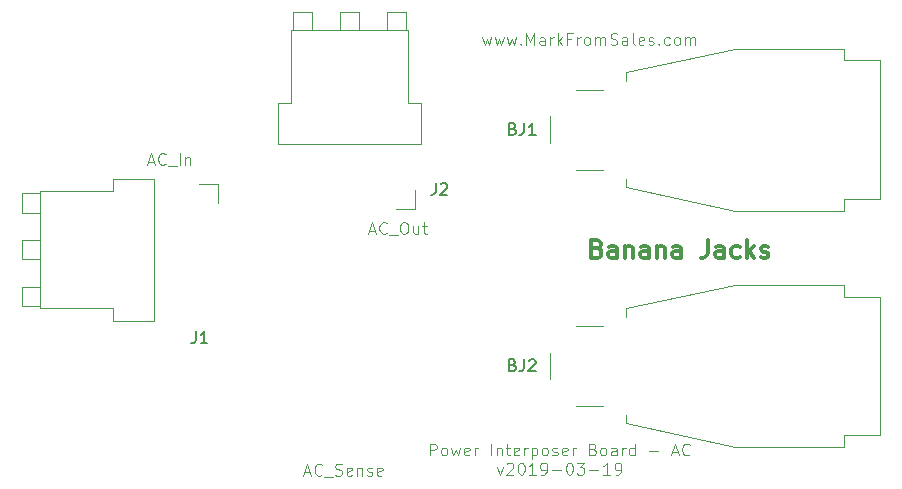
<source format=gbr>
G04 #@! TF.GenerationSoftware,KiCad,Pcbnew,(5.0.2)-1*
G04 #@! TF.CreationDate,2019-03-23T22:27:34-05:00*
G04 #@! TF.ProjectId,Power-Interposer-Board-AC,506f7765-722d-4496-9e74-6572706f7365,rev?*
G04 #@! TF.SameCoordinates,Original*
G04 #@! TF.FileFunction,Legend,Top*
G04 #@! TF.FilePolarity,Positive*
%FSLAX46Y46*%
G04 Gerber Fmt 4.6, Leading zero omitted, Abs format (unit mm)*
G04 Created by KiCad (PCBNEW (5.0.2)-1) date 3/23/2019 10:27:34 PM*
%MOMM*%
%LPD*%
G01*
G04 APERTURE LIST*
%ADD10C,0.120000*%
%ADD11C,0.300000*%
%ADD12C,0.150000*%
G04 APERTURE END LIST*
D10*
X135882476Y-133135666D02*
X136358666Y-133135666D01*
X135787238Y-133421380D02*
X136120571Y-132421380D01*
X136453904Y-133421380D01*
X137358666Y-133326142D02*
X137311047Y-133373761D01*
X137168190Y-133421380D01*
X137072952Y-133421380D01*
X136930095Y-133373761D01*
X136834857Y-133278523D01*
X136787238Y-133183285D01*
X136739619Y-132992809D01*
X136739619Y-132849952D01*
X136787238Y-132659476D01*
X136834857Y-132564238D01*
X136930095Y-132469000D01*
X137072952Y-132421380D01*
X137168190Y-132421380D01*
X137311047Y-132469000D01*
X137358666Y-132516619D01*
X137549142Y-133516619D02*
X138311047Y-133516619D01*
X138501523Y-133373761D02*
X138644380Y-133421380D01*
X138882476Y-133421380D01*
X138977714Y-133373761D01*
X139025333Y-133326142D01*
X139072952Y-133230904D01*
X139072952Y-133135666D01*
X139025333Y-133040428D01*
X138977714Y-132992809D01*
X138882476Y-132945190D01*
X138692000Y-132897571D01*
X138596761Y-132849952D01*
X138549142Y-132802333D01*
X138501523Y-132707095D01*
X138501523Y-132611857D01*
X138549142Y-132516619D01*
X138596761Y-132469000D01*
X138692000Y-132421380D01*
X138930095Y-132421380D01*
X139072952Y-132469000D01*
X139882476Y-133373761D02*
X139787238Y-133421380D01*
X139596761Y-133421380D01*
X139501523Y-133373761D01*
X139453904Y-133278523D01*
X139453904Y-132897571D01*
X139501523Y-132802333D01*
X139596761Y-132754714D01*
X139787238Y-132754714D01*
X139882476Y-132802333D01*
X139930095Y-132897571D01*
X139930095Y-132992809D01*
X139453904Y-133088047D01*
X140358666Y-132754714D02*
X140358666Y-133421380D01*
X140358666Y-132849952D02*
X140406285Y-132802333D01*
X140501523Y-132754714D01*
X140644380Y-132754714D01*
X140739619Y-132802333D01*
X140787238Y-132897571D01*
X140787238Y-133421380D01*
X141215809Y-133373761D02*
X141311047Y-133421380D01*
X141501523Y-133421380D01*
X141596761Y-133373761D01*
X141644380Y-133278523D01*
X141644380Y-133230904D01*
X141596761Y-133135666D01*
X141501523Y-133088047D01*
X141358666Y-133088047D01*
X141263428Y-133040428D01*
X141215809Y-132945190D01*
X141215809Y-132897571D01*
X141263428Y-132802333D01*
X141358666Y-132754714D01*
X141501523Y-132754714D01*
X141596761Y-132802333D01*
X142453904Y-133373761D02*
X142358666Y-133421380D01*
X142168190Y-133421380D01*
X142072952Y-133373761D01*
X142025333Y-133278523D01*
X142025333Y-132897571D01*
X142072952Y-132802333D01*
X142168190Y-132754714D01*
X142358666Y-132754714D01*
X142453904Y-132802333D01*
X142501523Y-132897571D01*
X142501523Y-132992809D01*
X142025333Y-133088047D01*
X141383047Y-112688666D02*
X141859238Y-112688666D01*
X141287809Y-112974380D02*
X141621142Y-111974380D01*
X141954476Y-112974380D01*
X142859238Y-112879142D02*
X142811619Y-112926761D01*
X142668761Y-112974380D01*
X142573523Y-112974380D01*
X142430666Y-112926761D01*
X142335428Y-112831523D01*
X142287809Y-112736285D01*
X142240190Y-112545809D01*
X142240190Y-112402952D01*
X142287809Y-112212476D01*
X142335428Y-112117238D01*
X142430666Y-112022000D01*
X142573523Y-111974380D01*
X142668761Y-111974380D01*
X142811619Y-112022000D01*
X142859238Y-112069619D01*
X143049714Y-113069619D02*
X143811619Y-113069619D01*
X144240190Y-111974380D02*
X144430666Y-111974380D01*
X144525904Y-112022000D01*
X144621142Y-112117238D01*
X144668761Y-112307714D01*
X144668761Y-112641047D01*
X144621142Y-112831523D01*
X144525904Y-112926761D01*
X144430666Y-112974380D01*
X144240190Y-112974380D01*
X144144952Y-112926761D01*
X144049714Y-112831523D01*
X144002095Y-112641047D01*
X144002095Y-112307714D01*
X144049714Y-112117238D01*
X144144952Y-112022000D01*
X144240190Y-111974380D01*
X145525904Y-112307714D02*
X145525904Y-112974380D01*
X145097333Y-112307714D02*
X145097333Y-112831523D01*
X145144952Y-112926761D01*
X145240190Y-112974380D01*
X145383047Y-112974380D01*
X145478285Y-112926761D01*
X145525904Y-112879142D01*
X145859238Y-112307714D02*
X146240190Y-112307714D01*
X146002095Y-111974380D02*
X146002095Y-112831523D01*
X146049714Y-112926761D01*
X146144952Y-112974380D01*
X146240190Y-112974380D01*
X122650476Y-106846666D02*
X123126666Y-106846666D01*
X122555238Y-107132380D02*
X122888571Y-106132380D01*
X123221904Y-107132380D01*
X124126666Y-107037142D02*
X124079047Y-107084761D01*
X123936190Y-107132380D01*
X123840952Y-107132380D01*
X123698095Y-107084761D01*
X123602857Y-106989523D01*
X123555238Y-106894285D01*
X123507619Y-106703809D01*
X123507619Y-106560952D01*
X123555238Y-106370476D01*
X123602857Y-106275238D01*
X123698095Y-106180000D01*
X123840952Y-106132380D01*
X123936190Y-106132380D01*
X124079047Y-106180000D01*
X124126666Y-106227619D01*
X124317142Y-107227619D02*
X125079047Y-107227619D01*
X125317142Y-107132380D02*
X125317142Y-106132380D01*
X125793333Y-106465714D02*
X125793333Y-107132380D01*
X125793333Y-106560952D02*
X125840952Y-106513333D01*
X125936190Y-106465714D01*
X126079047Y-106465714D01*
X126174285Y-106513333D01*
X126221904Y-106608571D01*
X126221904Y-107132380D01*
X146503809Y-131722380D02*
X146503809Y-130722380D01*
X146884761Y-130722380D01*
X146979999Y-130770000D01*
X147027619Y-130817619D01*
X147075238Y-130912857D01*
X147075238Y-131055714D01*
X147027619Y-131150952D01*
X146979999Y-131198571D01*
X146884761Y-131246190D01*
X146503809Y-131246190D01*
X147646666Y-131722380D02*
X147551428Y-131674761D01*
X147503809Y-131627142D01*
X147456190Y-131531904D01*
X147456190Y-131246190D01*
X147503809Y-131150952D01*
X147551428Y-131103333D01*
X147646666Y-131055714D01*
X147789523Y-131055714D01*
X147884761Y-131103333D01*
X147932380Y-131150952D01*
X147979999Y-131246190D01*
X147979999Y-131531904D01*
X147932380Y-131627142D01*
X147884761Y-131674761D01*
X147789523Y-131722380D01*
X147646666Y-131722380D01*
X148313333Y-131055714D02*
X148503809Y-131722380D01*
X148694285Y-131246190D01*
X148884761Y-131722380D01*
X149075238Y-131055714D01*
X149837142Y-131674761D02*
X149741904Y-131722380D01*
X149551428Y-131722380D01*
X149456190Y-131674761D01*
X149408571Y-131579523D01*
X149408571Y-131198571D01*
X149456190Y-131103333D01*
X149551428Y-131055714D01*
X149741904Y-131055714D01*
X149837142Y-131103333D01*
X149884761Y-131198571D01*
X149884761Y-131293809D01*
X149408571Y-131389047D01*
X150313333Y-131722380D02*
X150313333Y-131055714D01*
X150313333Y-131246190D02*
X150360952Y-131150952D01*
X150408571Y-131103333D01*
X150503809Y-131055714D01*
X150599047Y-131055714D01*
X151694285Y-131722380D02*
X151694285Y-130722380D01*
X152170476Y-131055714D02*
X152170476Y-131722380D01*
X152170476Y-131150952D02*
X152218095Y-131103333D01*
X152313333Y-131055714D01*
X152456190Y-131055714D01*
X152551428Y-131103333D01*
X152599047Y-131198571D01*
X152599047Y-131722380D01*
X152932380Y-131055714D02*
X153313333Y-131055714D01*
X153075238Y-130722380D02*
X153075238Y-131579523D01*
X153122857Y-131674761D01*
X153218095Y-131722380D01*
X153313333Y-131722380D01*
X154027619Y-131674761D02*
X153932380Y-131722380D01*
X153741904Y-131722380D01*
X153646666Y-131674761D01*
X153599047Y-131579523D01*
X153599047Y-131198571D01*
X153646666Y-131103333D01*
X153741904Y-131055714D01*
X153932380Y-131055714D01*
X154027619Y-131103333D01*
X154075238Y-131198571D01*
X154075238Y-131293809D01*
X153599047Y-131389047D01*
X154503809Y-131722380D02*
X154503809Y-131055714D01*
X154503809Y-131246190D02*
X154551428Y-131150952D01*
X154599047Y-131103333D01*
X154694285Y-131055714D01*
X154789523Y-131055714D01*
X155122857Y-131055714D02*
X155122857Y-132055714D01*
X155122857Y-131103333D02*
X155218095Y-131055714D01*
X155408571Y-131055714D01*
X155503809Y-131103333D01*
X155551428Y-131150952D01*
X155599047Y-131246190D01*
X155599047Y-131531904D01*
X155551428Y-131627142D01*
X155503809Y-131674761D01*
X155408571Y-131722380D01*
X155218095Y-131722380D01*
X155122857Y-131674761D01*
X156170476Y-131722380D02*
X156075238Y-131674761D01*
X156027619Y-131627142D01*
X155979999Y-131531904D01*
X155979999Y-131246190D01*
X156027619Y-131150952D01*
X156075238Y-131103333D01*
X156170476Y-131055714D01*
X156313333Y-131055714D01*
X156408571Y-131103333D01*
X156456190Y-131150952D01*
X156503809Y-131246190D01*
X156503809Y-131531904D01*
X156456190Y-131627142D01*
X156408571Y-131674761D01*
X156313333Y-131722380D01*
X156170476Y-131722380D01*
X156884761Y-131674761D02*
X156979999Y-131722380D01*
X157170476Y-131722380D01*
X157265714Y-131674761D01*
X157313333Y-131579523D01*
X157313333Y-131531904D01*
X157265714Y-131436666D01*
X157170476Y-131389047D01*
X157027619Y-131389047D01*
X156932380Y-131341428D01*
X156884761Y-131246190D01*
X156884761Y-131198571D01*
X156932380Y-131103333D01*
X157027619Y-131055714D01*
X157170476Y-131055714D01*
X157265714Y-131103333D01*
X158122857Y-131674761D02*
X158027619Y-131722380D01*
X157837142Y-131722380D01*
X157741904Y-131674761D01*
X157694285Y-131579523D01*
X157694285Y-131198571D01*
X157741904Y-131103333D01*
X157837142Y-131055714D01*
X158027619Y-131055714D01*
X158122857Y-131103333D01*
X158170476Y-131198571D01*
X158170476Y-131293809D01*
X157694285Y-131389047D01*
X158599047Y-131722380D02*
X158599047Y-131055714D01*
X158599047Y-131246190D02*
X158646666Y-131150952D01*
X158694285Y-131103333D01*
X158789523Y-131055714D01*
X158884761Y-131055714D01*
X160313333Y-131198571D02*
X160456190Y-131246190D01*
X160503809Y-131293809D01*
X160551428Y-131389047D01*
X160551428Y-131531904D01*
X160503809Y-131627142D01*
X160456190Y-131674761D01*
X160360952Y-131722380D01*
X159979999Y-131722380D01*
X159979999Y-130722380D01*
X160313333Y-130722380D01*
X160408571Y-130770000D01*
X160456190Y-130817619D01*
X160503809Y-130912857D01*
X160503809Y-131008095D01*
X160456190Y-131103333D01*
X160408571Y-131150952D01*
X160313333Y-131198571D01*
X159979999Y-131198571D01*
X161122857Y-131722380D02*
X161027619Y-131674761D01*
X160979999Y-131627142D01*
X160932380Y-131531904D01*
X160932380Y-131246190D01*
X160979999Y-131150952D01*
X161027619Y-131103333D01*
X161122857Y-131055714D01*
X161265714Y-131055714D01*
X161360952Y-131103333D01*
X161408571Y-131150952D01*
X161456190Y-131246190D01*
X161456190Y-131531904D01*
X161408571Y-131627142D01*
X161360952Y-131674761D01*
X161265714Y-131722380D01*
X161122857Y-131722380D01*
X162313333Y-131722380D02*
X162313333Y-131198571D01*
X162265714Y-131103333D01*
X162170476Y-131055714D01*
X161979999Y-131055714D01*
X161884761Y-131103333D01*
X162313333Y-131674761D02*
X162218095Y-131722380D01*
X161979999Y-131722380D01*
X161884761Y-131674761D01*
X161837142Y-131579523D01*
X161837142Y-131484285D01*
X161884761Y-131389047D01*
X161979999Y-131341428D01*
X162218095Y-131341428D01*
X162313333Y-131293809D01*
X162789523Y-131722380D02*
X162789523Y-131055714D01*
X162789523Y-131246190D02*
X162837142Y-131150952D01*
X162884761Y-131103333D01*
X162979999Y-131055714D01*
X163075238Y-131055714D01*
X163837142Y-131722380D02*
X163837142Y-130722380D01*
X163837142Y-131674761D02*
X163741904Y-131722380D01*
X163551428Y-131722380D01*
X163456190Y-131674761D01*
X163408571Y-131627142D01*
X163360952Y-131531904D01*
X163360952Y-131246190D01*
X163408571Y-131150952D01*
X163456190Y-131103333D01*
X163551428Y-131055714D01*
X163741904Y-131055714D01*
X163837142Y-131103333D01*
X165075238Y-131341428D02*
X165837142Y-131341428D01*
X167027619Y-131436666D02*
X167503809Y-131436666D01*
X166932380Y-131722380D02*
X167265714Y-130722380D01*
X167599047Y-131722380D01*
X168503809Y-131627142D02*
X168456190Y-131674761D01*
X168313333Y-131722380D01*
X168218095Y-131722380D01*
X168075238Y-131674761D01*
X167979999Y-131579523D01*
X167932380Y-131484285D01*
X167884761Y-131293809D01*
X167884761Y-131150952D01*
X167932380Y-130960476D01*
X167979999Y-130865238D01*
X168075238Y-130770000D01*
X168218095Y-130722380D01*
X168313333Y-130722380D01*
X168456190Y-130770000D01*
X168503809Y-130817619D01*
X152194285Y-132675714D02*
X152432380Y-133342380D01*
X152670476Y-132675714D01*
X153003809Y-132437619D02*
X153051428Y-132390000D01*
X153146666Y-132342380D01*
X153384761Y-132342380D01*
X153480000Y-132390000D01*
X153527619Y-132437619D01*
X153575238Y-132532857D01*
X153575238Y-132628095D01*
X153527619Y-132770952D01*
X152956190Y-133342380D01*
X153575238Y-133342380D01*
X154194285Y-132342380D02*
X154289523Y-132342380D01*
X154384761Y-132390000D01*
X154432380Y-132437619D01*
X154480000Y-132532857D01*
X154527619Y-132723333D01*
X154527619Y-132961428D01*
X154480000Y-133151904D01*
X154432380Y-133247142D01*
X154384761Y-133294761D01*
X154289523Y-133342380D01*
X154194285Y-133342380D01*
X154099047Y-133294761D01*
X154051428Y-133247142D01*
X154003809Y-133151904D01*
X153956190Y-132961428D01*
X153956190Y-132723333D01*
X154003809Y-132532857D01*
X154051428Y-132437619D01*
X154099047Y-132390000D01*
X154194285Y-132342380D01*
X155480000Y-133342380D02*
X154908571Y-133342380D01*
X155194285Y-133342380D02*
X155194285Y-132342380D01*
X155099047Y-132485238D01*
X155003809Y-132580476D01*
X154908571Y-132628095D01*
X155956190Y-133342380D02*
X156146666Y-133342380D01*
X156241904Y-133294761D01*
X156289523Y-133247142D01*
X156384761Y-133104285D01*
X156432380Y-132913809D01*
X156432380Y-132532857D01*
X156384761Y-132437619D01*
X156337142Y-132390000D01*
X156241904Y-132342380D01*
X156051428Y-132342380D01*
X155956190Y-132390000D01*
X155908571Y-132437619D01*
X155860952Y-132532857D01*
X155860952Y-132770952D01*
X155908571Y-132866190D01*
X155956190Y-132913809D01*
X156051428Y-132961428D01*
X156241904Y-132961428D01*
X156337142Y-132913809D01*
X156384761Y-132866190D01*
X156432380Y-132770952D01*
X156860952Y-132961428D02*
X157622857Y-132961428D01*
X158289523Y-132342380D02*
X158384761Y-132342380D01*
X158480000Y-132390000D01*
X158527619Y-132437619D01*
X158575238Y-132532857D01*
X158622857Y-132723333D01*
X158622857Y-132961428D01*
X158575238Y-133151904D01*
X158527619Y-133247142D01*
X158480000Y-133294761D01*
X158384761Y-133342380D01*
X158289523Y-133342380D01*
X158194285Y-133294761D01*
X158146666Y-133247142D01*
X158099047Y-133151904D01*
X158051428Y-132961428D01*
X158051428Y-132723333D01*
X158099047Y-132532857D01*
X158146666Y-132437619D01*
X158194285Y-132390000D01*
X158289523Y-132342380D01*
X158956190Y-132342380D02*
X159575238Y-132342380D01*
X159241904Y-132723333D01*
X159384761Y-132723333D01*
X159480000Y-132770952D01*
X159527619Y-132818571D01*
X159575238Y-132913809D01*
X159575238Y-133151904D01*
X159527619Y-133247142D01*
X159480000Y-133294761D01*
X159384761Y-133342380D01*
X159099047Y-133342380D01*
X159003809Y-133294761D01*
X158956190Y-133247142D01*
X160003809Y-132961428D02*
X160765714Y-132961428D01*
X161765714Y-133342380D02*
X161194285Y-133342380D01*
X161480000Y-133342380D02*
X161480000Y-132342380D01*
X161384761Y-132485238D01*
X161289523Y-132580476D01*
X161194285Y-132628095D01*
X162241904Y-133342380D02*
X162432380Y-133342380D01*
X162527619Y-133294761D01*
X162575238Y-133247142D01*
X162670476Y-133104285D01*
X162718095Y-132913809D01*
X162718095Y-132532857D01*
X162670476Y-132437619D01*
X162622857Y-132390000D01*
X162527619Y-132342380D01*
X162337142Y-132342380D01*
X162241904Y-132390000D01*
X162194285Y-132437619D01*
X162146666Y-132532857D01*
X162146666Y-132770952D01*
X162194285Y-132866190D01*
X162241904Y-132913809D01*
X162337142Y-132961428D01*
X162527619Y-132961428D01*
X162622857Y-132913809D01*
X162670476Y-132866190D01*
X162718095Y-132770952D01*
X150948571Y-96305714D02*
X151139047Y-96972380D01*
X151329523Y-96496190D01*
X151520000Y-96972380D01*
X151710476Y-96305714D01*
X151996190Y-96305714D02*
X152186666Y-96972380D01*
X152377142Y-96496190D01*
X152567619Y-96972380D01*
X152758095Y-96305714D01*
X153043809Y-96305714D02*
X153234285Y-96972380D01*
X153424761Y-96496190D01*
X153615238Y-96972380D01*
X153805714Y-96305714D01*
X154186666Y-96877142D02*
X154234285Y-96924761D01*
X154186666Y-96972380D01*
X154139047Y-96924761D01*
X154186666Y-96877142D01*
X154186666Y-96972380D01*
X154662857Y-96972380D02*
X154662857Y-95972380D01*
X154996190Y-96686666D01*
X155329523Y-95972380D01*
X155329523Y-96972380D01*
X156234285Y-96972380D02*
X156234285Y-96448571D01*
X156186666Y-96353333D01*
X156091428Y-96305714D01*
X155900952Y-96305714D01*
X155805714Y-96353333D01*
X156234285Y-96924761D02*
X156139047Y-96972380D01*
X155900952Y-96972380D01*
X155805714Y-96924761D01*
X155758095Y-96829523D01*
X155758095Y-96734285D01*
X155805714Y-96639047D01*
X155900952Y-96591428D01*
X156139047Y-96591428D01*
X156234285Y-96543809D01*
X156710476Y-96972380D02*
X156710476Y-96305714D01*
X156710476Y-96496190D02*
X156758095Y-96400952D01*
X156805714Y-96353333D01*
X156900952Y-96305714D01*
X156996190Y-96305714D01*
X157329523Y-96972380D02*
X157329523Y-95972380D01*
X157424761Y-96591428D02*
X157710476Y-96972380D01*
X157710476Y-96305714D02*
X157329523Y-96686666D01*
X158472380Y-96448571D02*
X158139047Y-96448571D01*
X158139047Y-96972380D02*
X158139047Y-95972380D01*
X158615238Y-95972380D01*
X158996190Y-96972380D02*
X158996190Y-96305714D01*
X158996190Y-96496190D02*
X159043809Y-96400952D01*
X159091428Y-96353333D01*
X159186666Y-96305714D01*
X159281904Y-96305714D01*
X159758095Y-96972380D02*
X159662857Y-96924761D01*
X159615238Y-96877142D01*
X159567619Y-96781904D01*
X159567619Y-96496190D01*
X159615238Y-96400952D01*
X159662857Y-96353333D01*
X159758095Y-96305714D01*
X159900952Y-96305714D01*
X159996190Y-96353333D01*
X160043809Y-96400952D01*
X160091428Y-96496190D01*
X160091428Y-96781904D01*
X160043809Y-96877142D01*
X159996190Y-96924761D01*
X159900952Y-96972380D01*
X159758095Y-96972380D01*
X160520000Y-96972380D02*
X160520000Y-96305714D01*
X160520000Y-96400952D02*
X160567619Y-96353333D01*
X160662857Y-96305714D01*
X160805714Y-96305714D01*
X160900952Y-96353333D01*
X160948571Y-96448571D01*
X160948571Y-96972380D01*
X160948571Y-96448571D02*
X160996190Y-96353333D01*
X161091428Y-96305714D01*
X161234285Y-96305714D01*
X161329523Y-96353333D01*
X161377142Y-96448571D01*
X161377142Y-96972380D01*
X161805714Y-96924761D02*
X161948571Y-96972380D01*
X162186666Y-96972380D01*
X162281904Y-96924761D01*
X162329523Y-96877142D01*
X162377142Y-96781904D01*
X162377142Y-96686666D01*
X162329523Y-96591428D01*
X162281904Y-96543809D01*
X162186666Y-96496190D01*
X161996190Y-96448571D01*
X161900952Y-96400952D01*
X161853333Y-96353333D01*
X161805714Y-96258095D01*
X161805714Y-96162857D01*
X161853333Y-96067619D01*
X161900952Y-96020000D01*
X161996190Y-95972380D01*
X162234285Y-95972380D01*
X162377142Y-96020000D01*
X163234285Y-96972380D02*
X163234285Y-96448571D01*
X163186666Y-96353333D01*
X163091428Y-96305714D01*
X162900952Y-96305714D01*
X162805714Y-96353333D01*
X163234285Y-96924761D02*
X163139047Y-96972380D01*
X162900952Y-96972380D01*
X162805714Y-96924761D01*
X162758095Y-96829523D01*
X162758095Y-96734285D01*
X162805714Y-96639047D01*
X162900952Y-96591428D01*
X163139047Y-96591428D01*
X163234285Y-96543809D01*
X163853333Y-96972380D02*
X163758095Y-96924761D01*
X163710476Y-96829523D01*
X163710476Y-95972380D01*
X164615238Y-96924761D02*
X164520000Y-96972380D01*
X164329523Y-96972380D01*
X164234285Y-96924761D01*
X164186666Y-96829523D01*
X164186666Y-96448571D01*
X164234285Y-96353333D01*
X164329523Y-96305714D01*
X164520000Y-96305714D01*
X164615238Y-96353333D01*
X164662857Y-96448571D01*
X164662857Y-96543809D01*
X164186666Y-96639047D01*
X165043809Y-96924761D02*
X165139047Y-96972380D01*
X165329523Y-96972380D01*
X165424761Y-96924761D01*
X165472380Y-96829523D01*
X165472380Y-96781904D01*
X165424761Y-96686666D01*
X165329523Y-96639047D01*
X165186666Y-96639047D01*
X165091428Y-96591428D01*
X165043809Y-96496190D01*
X165043809Y-96448571D01*
X165091428Y-96353333D01*
X165186666Y-96305714D01*
X165329523Y-96305714D01*
X165424761Y-96353333D01*
X165900952Y-96877142D02*
X165948571Y-96924761D01*
X165900952Y-96972380D01*
X165853333Y-96924761D01*
X165900952Y-96877142D01*
X165900952Y-96972380D01*
X166805714Y-96924761D02*
X166710476Y-96972380D01*
X166520000Y-96972380D01*
X166424761Y-96924761D01*
X166377142Y-96877142D01*
X166329523Y-96781904D01*
X166329523Y-96496190D01*
X166377142Y-96400952D01*
X166424761Y-96353333D01*
X166520000Y-96305714D01*
X166710476Y-96305714D01*
X166805714Y-96353333D01*
X167377142Y-96972380D02*
X167281904Y-96924761D01*
X167234285Y-96877142D01*
X167186666Y-96781904D01*
X167186666Y-96496190D01*
X167234285Y-96400952D01*
X167281904Y-96353333D01*
X167377142Y-96305714D01*
X167520000Y-96305714D01*
X167615238Y-96353333D01*
X167662857Y-96400952D01*
X167710476Y-96496190D01*
X167710476Y-96781904D01*
X167662857Y-96877142D01*
X167615238Y-96924761D01*
X167520000Y-96972380D01*
X167377142Y-96972380D01*
X168139047Y-96972380D02*
X168139047Y-96305714D01*
X168139047Y-96400952D02*
X168186666Y-96353333D01*
X168281904Y-96305714D01*
X168424761Y-96305714D01*
X168520000Y-96353333D01*
X168567619Y-96448571D01*
X168567619Y-96972380D01*
X168567619Y-96448571D02*
X168615238Y-96353333D01*
X168710476Y-96305714D01*
X168853333Y-96305714D01*
X168948571Y-96353333D01*
X168996190Y-96448571D01*
X168996190Y-96972380D01*
D11*
X160675714Y-114192857D02*
X160890000Y-114264285D01*
X160961428Y-114335714D01*
X161032857Y-114478571D01*
X161032857Y-114692857D01*
X160961428Y-114835714D01*
X160890000Y-114907142D01*
X160747142Y-114978571D01*
X160175714Y-114978571D01*
X160175714Y-113478571D01*
X160675714Y-113478571D01*
X160818571Y-113550000D01*
X160890000Y-113621428D01*
X160961428Y-113764285D01*
X160961428Y-113907142D01*
X160890000Y-114050000D01*
X160818571Y-114121428D01*
X160675714Y-114192857D01*
X160175714Y-114192857D01*
X162318571Y-114978571D02*
X162318571Y-114192857D01*
X162247142Y-114050000D01*
X162104285Y-113978571D01*
X161818571Y-113978571D01*
X161675714Y-114050000D01*
X162318571Y-114907142D02*
X162175714Y-114978571D01*
X161818571Y-114978571D01*
X161675714Y-114907142D01*
X161604285Y-114764285D01*
X161604285Y-114621428D01*
X161675714Y-114478571D01*
X161818571Y-114407142D01*
X162175714Y-114407142D01*
X162318571Y-114335714D01*
X163032857Y-113978571D02*
X163032857Y-114978571D01*
X163032857Y-114121428D02*
X163104285Y-114050000D01*
X163247142Y-113978571D01*
X163461428Y-113978571D01*
X163604285Y-114050000D01*
X163675714Y-114192857D01*
X163675714Y-114978571D01*
X165032857Y-114978571D02*
X165032857Y-114192857D01*
X164961428Y-114050000D01*
X164818571Y-113978571D01*
X164532857Y-113978571D01*
X164390000Y-114050000D01*
X165032857Y-114907142D02*
X164890000Y-114978571D01*
X164532857Y-114978571D01*
X164390000Y-114907142D01*
X164318571Y-114764285D01*
X164318571Y-114621428D01*
X164390000Y-114478571D01*
X164532857Y-114407142D01*
X164890000Y-114407142D01*
X165032857Y-114335714D01*
X165747142Y-113978571D02*
X165747142Y-114978571D01*
X165747142Y-114121428D02*
X165818571Y-114050000D01*
X165961428Y-113978571D01*
X166175714Y-113978571D01*
X166318571Y-114050000D01*
X166390000Y-114192857D01*
X166390000Y-114978571D01*
X167747142Y-114978571D02*
X167747142Y-114192857D01*
X167675714Y-114050000D01*
X167532857Y-113978571D01*
X167247142Y-113978571D01*
X167104285Y-114050000D01*
X167747142Y-114907142D02*
X167604285Y-114978571D01*
X167247142Y-114978571D01*
X167104285Y-114907142D01*
X167032857Y-114764285D01*
X167032857Y-114621428D01*
X167104285Y-114478571D01*
X167247142Y-114407142D01*
X167604285Y-114407142D01*
X167747142Y-114335714D01*
X170032857Y-113478571D02*
X170032857Y-114550000D01*
X169961428Y-114764285D01*
X169818571Y-114907142D01*
X169604285Y-114978571D01*
X169461428Y-114978571D01*
X171390000Y-114978571D02*
X171390000Y-114192857D01*
X171318571Y-114050000D01*
X171175714Y-113978571D01*
X170890000Y-113978571D01*
X170747142Y-114050000D01*
X171390000Y-114907142D02*
X171247142Y-114978571D01*
X170890000Y-114978571D01*
X170747142Y-114907142D01*
X170675714Y-114764285D01*
X170675714Y-114621428D01*
X170747142Y-114478571D01*
X170890000Y-114407142D01*
X171247142Y-114407142D01*
X171390000Y-114335714D01*
X172747142Y-114907142D02*
X172604285Y-114978571D01*
X172318571Y-114978571D01*
X172175714Y-114907142D01*
X172104285Y-114835714D01*
X172032857Y-114692857D01*
X172032857Y-114264285D01*
X172104285Y-114121428D01*
X172175714Y-114050000D01*
X172318571Y-113978571D01*
X172604285Y-113978571D01*
X172747142Y-114050000D01*
X173390000Y-114978571D02*
X173390000Y-113478571D01*
X173532857Y-114407142D02*
X173961428Y-114978571D01*
X173961428Y-113978571D02*
X173390000Y-114550000D01*
X174532857Y-114907142D02*
X174675714Y-114978571D01*
X174961428Y-114978571D01*
X175104285Y-114907142D01*
X175175714Y-114764285D01*
X175175714Y-114692857D01*
X175104285Y-114550000D01*
X174961428Y-114478571D01*
X174747142Y-114478571D01*
X174604285Y-114407142D01*
X174532857Y-114264285D01*
X174532857Y-114192857D01*
X174604285Y-114050000D01*
X174747142Y-113978571D01*
X174961428Y-113978571D01*
X175104285Y-114050000D01*
D10*
G04 #@! TO.C,J1*
X123110000Y-108280000D02*
X123110000Y-120320000D01*
X123110000Y-120320000D02*
X119690000Y-120320000D01*
X119690000Y-120320000D02*
X119690000Y-119270000D01*
X119690000Y-119270000D02*
X113490000Y-119270000D01*
X113490000Y-119270000D02*
X113490000Y-109330000D01*
X113490000Y-109330000D02*
X119690000Y-109330000D01*
X119690000Y-109330000D02*
X119690000Y-108280000D01*
X119690000Y-108280000D02*
X123110000Y-108280000D01*
X113490000Y-109520000D02*
X111990000Y-109520000D01*
X111990000Y-109520000D02*
X111990000Y-111160000D01*
X111990000Y-111160000D02*
X113490000Y-111160000D01*
X113490000Y-113480000D02*
X111990000Y-113480000D01*
X111990000Y-113480000D02*
X111990000Y-115120000D01*
X111990000Y-115120000D02*
X113490000Y-115120000D01*
X113490000Y-117440000D02*
X111990000Y-117440000D01*
X111990000Y-117440000D02*
X111990000Y-119080000D01*
X111990000Y-119080000D02*
X113490000Y-119080000D01*
X128610000Y-110340000D02*
X128610000Y-108730000D01*
X128610000Y-108730000D02*
X127000000Y-108730000D01*
G04 #@! TO.C,J2*
X145270000Y-110830000D02*
X145270000Y-109220000D01*
X143660000Y-110830000D02*
X145270000Y-110830000D01*
X134920000Y-94210000D02*
X134920000Y-95710000D01*
X136560000Y-94210000D02*
X134920000Y-94210000D01*
X136560000Y-95710000D02*
X136560000Y-94210000D01*
X138880000Y-94210000D02*
X138880000Y-95710000D01*
X140520000Y-94210000D02*
X138880000Y-94210000D01*
X140520000Y-95710000D02*
X140520000Y-94210000D01*
X142840000Y-94210000D02*
X142840000Y-95710000D01*
X144480000Y-94210000D02*
X142840000Y-94210000D01*
X144480000Y-95710000D02*
X144480000Y-94210000D01*
X145720000Y-101910000D02*
X145720000Y-105330000D01*
X144670000Y-101910000D02*
X145720000Y-101910000D01*
X144670000Y-95710000D02*
X144670000Y-101910000D01*
X134730000Y-95710000D02*
X144670000Y-95710000D01*
X134730000Y-101910000D02*
X134730000Y-95710000D01*
X133680000Y-101910000D02*
X134730000Y-101910000D01*
X133680000Y-105330000D02*
X133680000Y-101910000D01*
X145720000Y-105330000D02*
X133680000Y-105330000D01*
G04 #@! TO.C,BJ1*
X158907000Y-100760000D02*
X161143000Y-100760000D01*
X163121000Y-99977000D02*
X163121000Y-99270000D01*
X163121000Y-99270000D02*
X172350000Y-97270000D01*
X172350000Y-97270000D02*
X181580000Y-97270000D01*
X181580000Y-97270000D02*
X181580000Y-98270000D01*
X181580000Y-98270000D02*
X184580000Y-98270000D01*
X184580000Y-98270000D02*
X184580000Y-110010000D01*
X184580000Y-110010000D02*
X181580000Y-110010000D01*
X181580000Y-110010000D02*
X181580000Y-111010000D01*
X181580000Y-111010000D02*
X172350000Y-111010000D01*
X172350000Y-111010000D02*
X163121000Y-109010000D01*
X163121000Y-109010000D02*
X163121000Y-108303000D01*
X161143000Y-107520000D02*
X158908000Y-107520000D01*
X156640000Y-105255000D02*
X156640000Y-103024000D01*
G04 #@! TO.C,BJ2*
X156640000Y-125255000D02*
X156640000Y-123024000D01*
X161143000Y-127520000D02*
X158908000Y-127520000D01*
X163121000Y-129010000D02*
X163121000Y-128303000D01*
X172350000Y-131010000D02*
X163121000Y-129010000D01*
X181580000Y-131010000D02*
X172350000Y-131010000D01*
X181580000Y-130010000D02*
X181580000Y-131010000D01*
X184580000Y-130010000D02*
X181580000Y-130010000D01*
X184580000Y-118270000D02*
X184580000Y-130010000D01*
X181580000Y-118270000D02*
X184580000Y-118270000D01*
X181580000Y-117270000D02*
X181580000Y-118270000D01*
X172350000Y-117270000D02*
X181580000Y-117270000D01*
X163121000Y-119270000D02*
X172350000Y-117270000D01*
X163121000Y-119977000D02*
X163121000Y-119270000D01*
X158907000Y-120760000D02*
X161143000Y-120760000D01*
G04 #@! TO.C,J1*
D12*
X126666666Y-121222380D02*
X126666666Y-121936666D01*
X126619047Y-122079523D01*
X126523809Y-122174761D01*
X126380952Y-122222380D01*
X126285714Y-122222380D01*
X127666666Y-122222380D02*
X127095238Y-122222380D01*
X127380952Y-122222380D02*
X127380952Y-121222380D01*
X127285714Y-121365238D01*
X127190476Y-121460476D01*
X127095238Y-121508095D01*
G04 #@! TO.C,J2*
X146986666Y-108672380D02*
X146986666Y-109386666D01*
X146939047Y-109529523D01*
X146843809Y-109624761D01*
X146700952Y-109672380D01*
X146605714Y-109672380D01*
X147415238Y-108767619D02*
X147462857Y-108720000D01*
X147558095Y-108672380D01*
X147796190Y-108672380D01*
X147891428Y-108720000D01*
X147939047Y-108767619D01*
X147986666Y-108862857D01*
X147986666Y-108958095D01*
X147939047Y-109100952D01*
X147367619Y-109672380D01*
X147986666Y-109672380D01*
G04 #@! TO.C,BJ1*
X153519285Y-104068571D02*
X153662142Y-104116190D01*
X153709761Y-104163809D01*
X153757380Y-104259047D01*
X153757380Y-104401904D01*
X153709761Y-104497142D01*
X153662142Y-104544761D01*
X153566904Y-104592380D01*
X153185952Y-104592380D01*
X153185952Y-103592380D01*
X153519285Y-103592380D01*
X153614523Y-103640000D01*
X153662142Y-103687619D01*
X153709761Y-103782857D01*
X153709761Y-103878095D01*
X153662142Y-103973333D01*
X153614523Y-104020952D01*
X153519285Y-104068571D01*
X153185952Y-104068571D01*
X154471666Y-103592380D02*
X154471666Y-104306666D01*
X154424047Y-104449523D01*
X154328809Y-104544761D01*
X154185952Y-104592380D01*
X154090714Y-104592380D01*
X155471666Y-104592380D02*
X154900238Y-104592380D01*
X155185952Y-104592380D02*
X155185952Y-103592380D01*
X155090714Y-103735238D01*
X154995476Y-103830476D01*
X154900238Y-103878095D01*
G04 #@! TO.C,BJ2*
X153519285Y-124068571D02*
X153662142Y-124116190D01*
X153709761Y-124163809D01*
X153757380Y-124259047D01*
X153757380Y-124401904D01*
X153709761Y-124497142D01*
X153662142Y-124544761D01*
X153566904Y-124592380D01*
X153185952Y-124592380D01*
X153185952Y-123592380D01*
X153519285Y-123592380D01*
X153614523Y-123640000D01*
X153662142Y-123687619D01*
X153709761Y-123782857D01*
X153709761Y-123878095D01*
X153662142Y-123973333D01*
X153614523Y-124020952D01*
X153519285Y-124068571D01*
X153185952Y-124068571D01*
X154471666Y-123592380D02*
X154471666Y-124306666D01*
X154424047Y-124449523D01*
X154328809Y-124544761D01*
X154185952Y-124592380D01*
X154090714Y-124592380D01*
X154900238Y-123687619D02*
X154947857Y-123640000D01*
X155043095Y-123592380D01*
X155281190Y-123592380D01*
X155376428Y-123640000D01*
X155424047Y-123687619D01*
X155471666Y-123782857D01*
X155471666Y-123878095D01*
X155424047Y-124020952D01*
X154852619Y-124592380D01*
X155471666Y-124592380D01*
G04 #@! TD*
M02*

</source>
